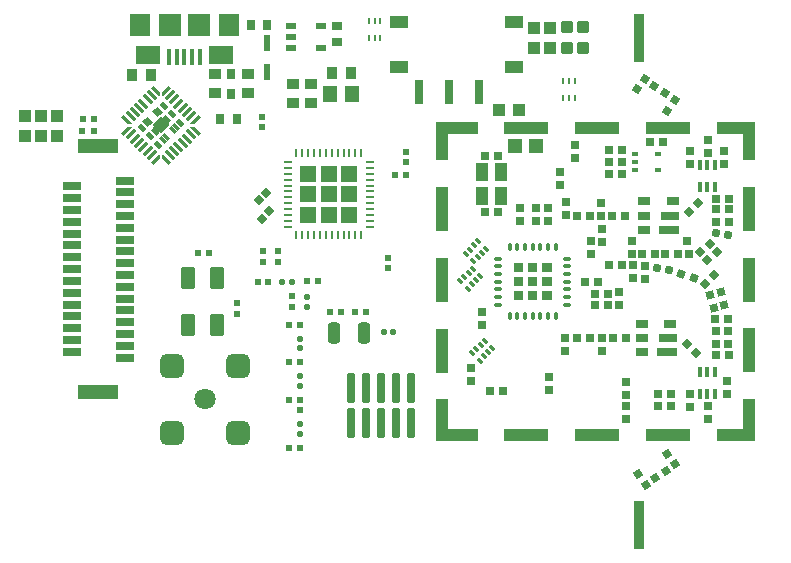
<source format=gtp>
G04 Layer_Color=8421504*
%FSLAX25Y25*%
%MOIN*%
G70*
G01*
G75*
G04:AMPARAMS|DCode=15|XSize=11.81mil|YSize=39.37mil|CornerRadius=0mil|HoleSize=0mil|Usage=FLASHONLY|Rotation=225.000|XOffset=0mil|YOffset=0mil|HoleType=Round|Shape=Rectangle|*
%AMROTATEDRECTD15*
4,1,4,-0.00974,0.01810,0.01810,-0.00974,0.00974,-0.01810,-0.01810,0.00974,-0.00974,0.01810,0.0*
%
%ADD15ROTATEDRECTD15*%

G04:AMPARAMS|DCode=17|XSize=11.81mil|YSize=39.37mil|CornerRadius=0mil|HoleSize=0mil|Usage=FLASHONLY|Rotation=135.000|XOffset=0mil|YOffset=0mil|HoleType=Round|Shape=Rectangle|*
%AMROTATEDRECTD17*
4,1,4,0.01810,0.00974,-0.00974,-0.01810,-0.01810,-0.00974,0.00974,0.01810,0.01810,0.00974,0.0*
%
%ADD17ROTATEDRECTD17*%

%ADD19R,0.03937X0.04331*%
%ADD20R,0.13386X0.05118*%
%ADD21R,0.05906X0.02756*%
%ADD22R,0.02559X0.02559*%
%ADD23R,0.02559X0.02559*%
%ADD24R,0.02441X0.02441*%
%ADD25P,0.03619X4X350.0*%
%ADD26P,0.03619X4X385.0*%
%ADD27P,0.03619X4X215.0*%
%ADD28P,0.03619X4X180.0*%
%ADD29P,0.03619X4X320.0*%
%ADD30P,0.03619X4X273.0*%
%ADD31P,0.03619X4X85.0*%
%ADD32P,0.03619X4X190.0*%
%ADD33P,0.03619X4X100.0*%
%ADD34R,0.02362X0.01969*%
%ADD35P,0.03452X4X180.0*%
%ADD36R,0.03543X0.03937*%
%ADD37R,0.04528X0.05709*%
%ADD38R,0.03543X0.03150*%
%ADD39R,0.03150X0.03543*%
%ADD40R,0.07480X0.07480*%
%ADD41R,0.07087X0.07480*%
%ADD42R,0.08268X0.06299*%
%ADD43R,0.01575X0.05315*%
%ADD44R,0.02441X0.02441*%
G04:AMPARAMS|DCode=45|XSize=39.37mil|YSize=70.87mil|CornerRadius=9.84mil|HoleSize=0mil|Usage=FLASHONLY|Rotation=180.000|XOffset=0mil|YOffset=0mil|HoleType=Round|Shape=RoundedRectangle|*
%AMROUNDEDRECTD45*
21,1,0.03937,0.05118,0,0,180.0*
21,1,0.01969,0.07087,0,0,180.0*
1,1,0.01969,-0.00984,0.02559*
1,1,0.01969,0.00984,0.02559*
1,1,0.01969,0.00984,-0.02559*
1,1,0.01969,-0.00984,-0.02559*
%
%ADD45ROUNDEDRECTD45*%
G04:AMPARAMS|DCode=46|XSize=9.84mil|YSize=19.69mil|CornerRadius=0mil|HoleSize=0mil|Usage=FLASHONLY|Rotation=45.000|XOffset=0mil|YOffset=0mil|HoleType=Round|Shape=Rectangle|*
%AMROTATEDRECTD46*
4,1,4,0.00348,-0.01044,-0.01044,0.00348,-0.00348,0.01044,0.01044,-0.00348,0.00348,-0.01044,0.0*
%
%ADD46ROTATEDRECTD46*%

%ADD47R,0.04331X0.05906*%
%ADD48P,0.03619X4X150.0*%
%ADD49R,0.01575X0.03347*%
G04:AMPARAMS|DCode=50|XSize=43.31mil|YSize=25.59mil|CornerRadius=0.64mil|HoleSize=0mil|Usage=FLASHONLY|Rotation=180.000|XOffset=0mil|YOffset=0mil|HoleType=Round|Shape=RoundedRectangle|*
%AMROUNDEDRECTD50*
21,1,0.04331,0.02431,0,0,180.0*
21,1,0.04203,0.02559,0,0,180.0*
1,1,0.00128,-0.02101,0.01216*
1,1,0.00128,0.02101,0.01216*
1,1,0.00128,0.02101,-0.01216*
1,1,0.00128,-0.02101,-0.01216*
%
%ADD50ROUNDEDRECTD50*%
G04:AMPARAMS|DCode=51|XSize=59.06mil|YSize=25.59mil|CornerRadius=0.64mil|HoleSize=0mil|Usage=FLASHONLY|Rotation=180.000|XOffset=0mil|YOffset=0mil|HoleType=Round|Shape=RoundedRectangle|*
%AMROUNDEDRECTD51*
21,1,0.05906,0.02431,0,0,180.0*
21,1,0.05778,0.02559,0,0,180.0*
1,1,0.00128,-0.02889,0.01216*
1,1,0.00128,0.02889,0.01216*
1,1,0.00128,0.02889,-0.01216*
1,1,0.00128,-0.02889,-0.01216*
%
%ADD51ROUNDEDRECTD51*%
G04:AMPARAMS|DCode=52|XSize=66.93mil|YSize=25.59mil|CornerRadius=0.64mil|HoleSize=0mil|Usage=FLASHONLY|Rotation=180.000|XOffset=0mil|YOffset=0mil|HoleType=Round|Shape=RoundedRectangle|*
%AMROUNDEDRECTD52*
21,1,0.06693,0.02431,0,0,180.0*
21,1,0.06565,0.02559,0,0,180.0*
1,1,0.00128,-0.03283,0.01216*
1,1,0.00128,0.03283,0.01216*
1,1,0.00128,0.03283,-0.01216*
1,1,0.00128,-0.03283,-0.01216*
%
%ADD52ROUNDEDRECTD52*%
G04:AMPARAMS|DCode=53|XSize=35.43mil|YSize=157.48mil|CornerRadius=1.77mil|HoleSize=0mil|Usage=FLASHONLY|Rotation=180.000|XOffset=0mil|YOffset=0mil|HoleType=Round|Shape=RoundedRectangle|*
%AMROUNDEDRECTD53*
21,1,0.03543,0.15394,0,0,180.0*
21,1,0.03189,0.15748,0,0,180.0*
1,1,0.00354,-0.01595,0.07697*
1,1,0.00354,0.01595,0.07697*
1,1,0.00354,0.01595,-0.07697*
1,1,0.00354,-0.01595,-0.07697*
%
%ADD53ROUNDEDRECTD53*%
%ADD54P,0.03619X4X270.0*%
%ADD55R,0.05118X0.05118*%
G04:AMPARAMS|DCode=56|XSize=21.26mil|YSize=21.65mil|CornerRadius=5.32mil|HoleSize=0mil|Usage=FLASHONLY|Rotation=180.000|XOffset=0mil|YOffset=0mil|HoleType=Round|Shape=RoundedRectangle|*
%AMROUNDEDRECTD56*
21,1,0.02126,0.01102,0,0,180.0*
21,1,0.01063,0.02165,0,0,180.0*
1,1,0.01063,-0.00532,0.00551*
1,1,0.01063,0.00532,0.00551*
1,1,0.01063,0.00532,-0.00551*
1,1,0.01063,-0.00532,-0.00551*
%
%ADD56ROUNDEDRECTD56*%
G04:AMPARAMS|DCode=57|XSize=21.26mil|YSize=21.65mil|CornerRadius=5.32mil|HoleSize=0mil|Usage=FLASHONLY|Rotation=180.000|XOffset=0mil|YOffset=0mil|HoleType=Round|Shape=RoundedRectangle|*
%AMROUNDEDRECTD57*
21,1,0.02126,0.01102,0,0,180.0*
21,1,0.01063,0.02165,0,0,180.0*
1,1,0.01063,-0.00532,0.00551*
1,1,0.01063,0.00532,0.00551*
1,1,0.01063,0.00532,-0.00551*
1,1,0.01063,-0.00532,-0.00551*
%
%ADD57ROUNDEDRECTD57*%
G04:AMPARAMS|DCode=58|XSize=21.26mil|YSize=21.65mil|CornerRadius=5.32mil|HoleSize=0mil|Usage=FLASHONLY|Rotation=90.000|XOffset=0mil|YOffset=0mil|HoleType=Round|Shape=RoundedRectangle|*
%AMROUNDEDRECTD58*
21,1,0.02126,0.01102,0,0,90.0*
21,1,0.01063,0.02165,0,0,90.0*
1,1,0.01063,0.00551,0.00532*
1,1,0.01063,0.00551,-0.00532*
1,1,0.01063,-0.00551,-0.00532*
1,1,0.01063,-0.00551,0.00532*
%
%ADD58ROUNDEDRECTD58*%
G04:AMPARAMS|DCode=59|XSize=21.26mil|YSize=21.65mil|CornerRadius=5.32mil|HoleSize=0mil|Usage=FLASHONLY|Rotation=90.000|XOffset=0mil|YOffset=0mil|HoleType=Round|Shape=RoundedRectangle|*
%AMROUNDEDRECTD59*
21,1,0.02126,0.01102,0,0,90.0*
21,1,0.01063,0.02165,0,0,90.0*
1,1,0.01063,0.00551,0.00532*
1,1,0.01063,0.00551,-0.00532*
1,1,0.01063,-0.00551,-0.00532*
1,1,0.01063,-0.00551,0.00532*
%
%ADD59ROUNDEDRECTD59*%
G04:AMPARAMS|DCode=60|XSize=70.87mil|YSize=47.24mil|CornerRadius=2.36mil|HoleSize=0mil|Usage=FLASHONLY|Rotation=90.000|XOffset=0mil|YOffset=0mil|HoleType=Round|Shape=RoundedRectangle|*
%AMROUNDEDRECTD60*
21,1,0.07087,0.04252,0,0,90.0*
21,1,0.06614,0.04724,0,0,90.0*
1,1,0.00472,0.02126,0.03307*
1,1,0.00472,0.02126,-0.03307*
1,1,0.00472,-0.02126,-0.03307*
1,1,0.00472,-0.02126,0.03307*
%
%ADD60ROUNDEDRECTD60*%
G04:AMPARAMS|DCode=61|XSize=25.59mil|YSize=98.43mil|CornerRadius=1.28mil|HoleSize=0mil|Usage=FLASHONLY|Rotation=0.000|XOffset=0mil|YOffset=0mil|HoleType=Round|Shape=RoundedRectangle|*
%AMROUNDEDRECTD61*
21,1,0.02559,0.09587,0,0,0.0*
21,1,0.02303,0.09843,0,0,0.0*
1,1,0.00256,0.01152,-0.04793*
1,1,0.00256,-0.01152,-0.04793*
1,1,0.00256,-0.01152,0.04793*
1,1,0.00256,0.01152,0.04793*
%
%ADD61ROUNDEDRECTD61*%
%ADD62R,0.02756X0.03740*%
%ADD63R,0.03937X0.03543*%
G04:AMPARAMS|DCode=65|XSize=29.61mil|YSize=35.43mil|CornerRadius=7.4mil|HoleSize=0mil|Usage=FLASHONLY|Rotation=180.000|XOffset=0mil|YOffset=0mil|HoleType=Round|Shape=RoundedRectangle|*
%AMROUNDEDRECTD65*
21,1,0.02961,0.02063,0,0,180.0*
21,1,0.01480,0.03543,0,0,180.0*
1,1,0.01480,-0.00740,0.01032*
1,1,0.01480,0.00740,0.01032*
1,1,0.01480,0.00740,-0.01032*
1,1,0.01480,-0.00740,-0.01032*
%
%ADD65ROUNDEDRECTD65*%
G04:AMPARAMS|DCode=66|XSize=29.61mil|YSize=35.43mil|CornerRadius=7.4mil|HoleSize=0mil|Usage=FLASHONLY|Rotation=180.000|XOffset=0mil|YOffset=0mil|HoleType=Round|Shape=RoundedRectangle|*
%AMROUNDEDRECTD66*
21,1,0.02961,0.02063,0,0,180.0*
21,1,0.01480,0.03543,0,0,180.0*
1,1,0.01480,-0.00740,0.01032*
1,1,0.01480,0.00740,0.01032*
1,1,0.01480,0.00740,-0.01032*
1,1,0.01480,-0.00740,-0.01032*
%
%ADD66ROUNDEDRECTD66*%
G04:AMPARAMS|DCode=67|XSize=39.37mil|YSize=39.37mil|CornerRadius=5.91mil|HoleSize=0mil|Usage=FLASHONLY|Rotation=180.000|XOffset=0mil|YOffset=0mil|HoleType=Round|Shape=RoundedRectangle|*
%AMROUNDEDRECTD67*
21,1,0.03937,0.02756,0,0,180.0*
21,1,0.02756,0.03937,0,0,180.0*
1,1,0.01181,-0.01378,0.01378*
1,1,0.01181,0.01378,0.01378*
1,1,0.01181,0.01378,-0.01378*
1,1,0.01181,-0.01378,-0.01378*
%
%ADD67ROUNDEDRECTD67*%
%ADD68P,0.03619X4X260.0*%
%ADD69O,0.00984X0.03150*%
%ADD70O,0.03150X0.00984*%
G04:AMPARAMS|DCode=72|XSize=39.37mil|YSize=140.55mil|CornerRadius=0.98mil|HoleSize=0mil|Usage=FLASHONLY|Rotation=270.000|XOffset=0mil|YOffset=0mil|HoleType=Round|Shape=RoundedRectangle|*
%AMROUNDEDRECTD72*
21,1,0.03937,0.13858,0,0,270.0*
21,1,0.03740,0.14055,0,0,270.0*
1,1,0.00197,-0.06929,-0.01870*
1,1,0.00197,-0.06929,0.01870*
1,1,0.00197,0.06929,0.01870*
1,1,0.00197,0.06929,-0.01870*
%
%ADD72ROUNDEDRECTD72*%
G04:AMPARAMS|DCode=73|XSize=39.37mil|YSize=140.55mil|CornerRadius=0.98mil|HoleSize=0mil|Usage=FLASHONLY|Rotation=180.000|XOffset=0mil|YOffset=0mil|HoleType=Round|Shape=RoundedRectangle|*
%AMROUNDEDRECTD73*
21,1,0.03937,0.13858,0,0,180.0*
21,1,0.03740,0.14055,0,0,180.0*
1,1,0.00197,-0.01870,0.06929*
1,1,0.00197,0.01870,0.06929*
1,1,0.00197,0.01870,-0.06929*
1,1,0.00197,-0.01870,-0.06929*
%
%ADD73ROUNDEDRECTD73*%
G04:AMPARAMS|DCode=74|XSize=39.37mil|YSize=127.56mil|CornerRadius=0.98mil|HoleSize=0mil|Usage=FLASHONLY|Rotation=180.000|XOffset=0mil|YOffset=0mil|HoleType=Round|Shape=RoundedRectangle|*
%AMROUNDEDRECTD74*
21,1,0.03937,0.12559,0,0,180.0*
21,1,0.03740,0.12756,0,0,180.0*
1,1,0.00197,-0.01870,0.06280*
1,1,0.00197,0.01870,0.06280*
1,1,0.00197,0.01870,-0.06280*
1,1,0.00197,-0.01870,-0.06280*
%
%ADD74ROUNDEDRECTD74*%
G04:AMPARAMS|DCode=75|XSize=39.37mil|YSize=127.56mil|CornerRadius=0.98mil|HoleSize=0mil|Usage=FLASHONLY|Rotation=90.000|XOffset=0mil|YOffset=0mil|HoleType=Round|Shape=RoundedRectangle|*
%AMROUNDEDRECTD75*
21,1,0.03937,0.12559,0,0,90.0*
21,1,0.03740,0.12756,0,0,90.0*
1,1,0.00197,0.06280,0.01870*
1,1,0.00197,0.06280,-0.01870*
1,1,0.00197,-0.06280,-0.01870*
1,1,0.00197,-0.06280,0.01870*
%
%ADD75ROUNDEDRECTD75*%
G04:AMPARAMS|DCode=76|XSize=39.37mil|YSize=149.61mil|CornerRadius=0.98mil|HoleSize=0mil|Usage=FLASHONLY|Rotation=90.000|XOffset=0mil|YOffset=0mil|HoleType=Round|Shape=RoundedRectangle|*
%AMROUNDEDRECTD76*
21,1,0.03937,0.14764,0,0,90.0*
21,1,0.03740,0.14961,0,0,90.0*
1,1,0.00197,0.07382,0.01870*
1,1,0.00197,0.07382,-0.01870*
1,1,0.00197,-0.07382,-0.01870*
1,1,0.00197,-0.07382,0.01870*
%
%ADD76ROUNDEDRECTD76*%
G04:AMPARAMS|DCode=77|XSize=39.37mil|YSize=149.61mil|CornerRadius=0.98mil|HoleSize=0mil|Usage=FLASHONLY|Rotation=0.000|XOffset=0mil|YOffset=0mil|HoleType=Round|Shape=RoundedRectangle|*
%AMROUNDEDRECTD77*
21,1,0.03937,0.14764,0,0,0.0*
21,1,0.03740,0.14961,0,0,0.0*
1,1,0.00197,0.01870,-0.07382*
1,1,0.00197,-0.01870,-0.07382*
1,1,0.00197,-0.01870,0.07382*
1,1,0.00197,0.01870,0.07382*
%
%ADD77ROUNDEDRECTD77*%
G04:AMPARAMS|DCode=78|XSize=78.74mil|YSize=78.74mil|CornerRadius=18.9mil|HoleSize=0mil|Usage=FLASHONLY|Rotation=180.000|XOffset=0mil|YOffset=0mil|HoleType=Round|Shape=RoundedRectangle|*
%AMROUNDEDRECTD78*
21,1,0.07874,0.04095,0,0,180.0*
21,1,0.04095,0.07874,0,0,180.0*
1,1,0.03780,-0.02047,0.02047*
1,1,0.03780,0.02047,0.02047*
1,1,0.03780,0.02047,-0.02047*
1,1,0.03780,-0.02047,-0.02047*
%
%ADD78ROUNDEDRECTD78*%
G04:AMPARAMS|DCode=79|XSize=78.74mil|YSize=78.74mil|CornerRadius=18.9mil|HoleSize=0mil|Usage=FLASHONLY|Rotation=90.000|XOffset=0mil|YOffset=0mil|HoleType=Round|Shape=RoundedRectangle|*
%AMROUNDEDRECTD79*
21,1,0.07874,0.04095,0,0,90.0*
21,1,0.04095,0.07874,0,0,90.0*
1,1,0.03780,0.02047,0.02047*
1,1,0.03780,0.02047,-0.02047*
1,1,0.03780,-0.02047,-0.02047*
1,1,0.03780,-0.02047,0.02047*
%
%ADD79ROUNDEDRECTD79*%
G04:AMPARAMS|DCode=80|XSize=78.74mil|YSize=78.74mil|CornerRadius=18.9mil|HoleSize=0mil|Usage=FLASHONLY|Rotation=90.000|XOffset=0mil|YOffset=0mil|HoleType=Round|Shape=RoundedRectangle|*
%AMROUNDEDRECTD80*
21,1,0.07874,0.04095,0,0,90.0*
21,1,0.04095,0.07874,0,0,90.0*
1,1,0.03780,0.02047,0.02047*
1,1,0.03780,0.02047,-0.02047*
1,1,0.03780,-0.02047,-0.02047*
1,1,0.03780,-0.02047,0.02047*
%
%ADD80ROUNDEDRECTD80*%
G04:AMPARAMS|DCode=81|XSize=78.74mil|YSize=78.74mil|CornerRadius=18.9mil|HoleSize=0mil|Usage=FLASHONLY|Rotation=90.000|XOffset=0mil|YOffset=0mil|HoleType=Round|Shape=RoundedRectangle|*
%AMROUNDEDRECTD81*
21,1,0.07874,0.04095,0,0,90.0*
21,1,0.04095,0.07874,0,0,90.0*
1,1,0.03780,0.02047,0.02047*
1,1,0.03780,0.02047,-0.02047*
1,1,0.03780,-0.02047,-0.02047*
1,1,0.03780,-0.02047,0.02047*
%
%ADD81ROUNDEDRECTD81*%
%ADD82C,0.07091*%
%ADD86O,0.01181X0.03150*%
%ADD87O,0.03150X0.01181*%
%ADD88R,0.01969X0.01575*%
%ADD89R,0.06102X0.04331*%
%ADD90R,0.03150X0.07874*%
%ADD92R,0.03347X0.02362*%
%ADD93R,0.00984X0.01969*%
%ADD94R,0.01969X0.05709*%
%ADD95R,0.04331X0.03937*%
G04:AMPARAMS|DCode=126|XSize=23.62mil|YSize=16.73mil|CornerRadius=0mil|HoleSize=0mil|Usage=FLASHONLY|Rotation=135.000|XOffset=0mil|YOffset=0mil|HoleType=Round|Shape=Rectangle|*
%AMROTATEDRECTD126*
4,1,4,0.01427,-0.00244,0.00244,-0.01427,-0.01427,0.00244,-0.00244,0.01427,0.01427,-0.00244,0.0*
%
%ADD126ROTATEDRECTD126*%

G04:AMPARAMS|DCode=127|XSize=23.62mil|YSize=11.81mil|CornerRadius=0mil|HoleSize=0mil|Usage=FLASHONLY|Rotation=135.000|XOffset=0mil|YOffset=0mil|HoleType=Round|Shape=Rectangle|*
%AMROTATEDRECTD127*
4,1,4,0.01253,-0.00418,0.00418,-0.01253,-0.01253,0.00418,-0.00418,0.01253,0.01253,-0.00418,0.0*
%
%ADD127ROTATEDRECTD127*%

%ADD128R,0.05709X0.05709*%
%ADD129P,0.05846X4X180.0*%
G36*
X189399Y-1575D02*
X186250D01*
Y1575D01*
X189399D01*
Y-1575D01*
D02*
G37*
G36*
X179950D02*
X176801D01*
Y1575D01*
X179950D01*
Y-1575D01*
D02*
G37*
G36*
X184675Y3150D02*
X181525D01*
Y6299D01*
X184675D01*
Y3150D01*
D02*
G37*
G36*
X179950D02*
X176801D01*
Y6299D01*
X179950D01*
Y3150D01*
D02*
G37*
G36*
X184675Y-6299D02*
X181525D01*
Y-3150D01*
X184675D01*
Y-6299D01*
D02*
G37*
G36*
X179950D02*
X176801D01*
Y-3150D01*
X179950D01*
Y-6299D01*
D02*
G37*
G36*
X184675Y-1575D02*
X181525D01*
Y1575D01*
X184675D01*
Y-1575D01*
D02*
G37*
G36*
X189399Y-6299D02*
X186250D01*
Y-3150D01*
X189399D01*
Y-6299D01*
D02*
G37*
G36*
Y3150D02*
X186250D01*
Y6299D01*
X189399D01*
Y3150D01*
D02*
G37*
G36*
X72423Y54745D02*
X70196Y52518D01*
X69083Y52517D01*
X68804Y52796D01*
X71588Y55580D01*
X72423Y54745D01*
D02*
G37*
G36*
X49596Y52796D02*
X49317Y52517D01*
X48204Y52518D01*
X45982Y54750D01*
X46807Y55575D01*
X49596Y52796D01*
D02*
G37*
G36*
X62680Y64488D02*
X59896Y61704D01*
X59618Y61983D01*
X59618Y63096D01*
X61845Y65324D01*
X62680Y64488D01*
D02*
G37*
G36*
X58782Y63096D02*
X58783Y61983D01*
X58504Y61704D01*
X55720Y64488D01*
X56555Y65324D01*
X58782Y63096D01*
D02*
G37*
G36*
X62680Y39712D02*
X61845Y38877D01*
X59618Y41104D01*
X59618Y42217D01*
X59896Y42496D01*
X62680Y39712D01*
D02*
G37*
G36*
X58783Y42217D02*
X58782Y41104D01*
X56555Y38876D01*
X55720Y39712D01*
X58504Y42496D01*
X58783Y42217D01*
D02*
G37*
G36*
X49596Y51404D02*
X46812Y48620D01*
X45976Y49455D01*
X48204Y51682D01*
X49317Y51683D01*
X49596Y51404D01*
D02*
G37*
G36*
X70196Y51682D02*
X72424Y49455D01*
X71588Y48620D01*
X68804Y51404D01*
X69083Y51683D01*
X70196Y51682D01*
D02*
G37*
D15*
X62262Y42078D02*
D03*
X63654Y43470D02*
D03*
X65046Y44862D02*
D03*
X66438Y46254D02*
D03*
X67830Y47646D02*
D03*
X69222Y49038D02*
D03*
X56138Y62122D02*
D03*
X54746Y60730D02*
D03*
X53354Y59338D02*
D03*
X51962Y57946D02*
D03*
X50570Y56554D02*
D03*
X49178Y55162D02*
D03*
D17*
X69222Y55162D02*
D03*
X67830Y56554D02*
D03*
X66438Y57946D02*
D03*
X65046Y59338D02*
D03*
X63654Y60730D02*
D03*
X62262Y62122D02*
D03*
X49178Y49038D02*
D03*
X50570Y47646D02*
D03*
X51962Y46254D02*
D03*
X53354Y44862D02*
D03*
X54746Y43470D02*
D03*
X56138Y42078D02*
D03*
D19*
X13800Y48554D02*
D03*
Y55246D02*
D03*
X183500Y84546D02*
D03*
Y77854D02*
D03*
X189000Y84546D02*
D03*
Y77854D02*
D03*
X19200Y55246D02*
D03*
Y48554D02*
D03*
X24700Y55246D02*
D03*
Y48554D02*
D03*
D20*
X38275Y45103D02*
D03*
Y-36787D02*
D03*
D21*
X47133Y-25369D02*
D03*
Y-21432D02*
D03*
Y-17495D02*
D03*
Y-13558D02*
D03*
Y-9621D02*
D03*
Y-5684D02*
D03*
Y-1747D02*
D03*
Y33686D02*
D03*
Y29749D02*
D03*
Y25812D02*
D03*
Y21875D02*
D03*
Y17938D02*
D03*
Y14001D02*
D03*
Y10064D02*
D03*
Y6127D02*
D03*
Y2190D02*
D03*
X29417Y31717D02*
D03*
Y27780D02*
D03*
Y23843D02*
D03*
Y19906D02*
D03*
Y15969D02*
D03*
Y12032D02*
D03*
Y8095D02*
D03*
Y-23401D02*
D03*
Y-19464D02*
D03*
Y-15527D02*
D03*
Y-11590D02*
D03*
Y-7653D02*
D03*
Y-3716D02*
D03*
Y221D02*
D03*
Y4158D02*
D03*
D22*
X227235Y9100D02*
D03*
X231565Y9100D02*
D03*
X223865Y9200D02*
D03*
X219535D02*
D03*
X213865Y22000D02*
D03*
X209535D02*
D03*
X212765Y5500D02*
D03*
X208435D02*
D03*
X225035Y-37600D02*
D03*
X229365D02*
D03*
X229265Y-41600D02*
D03*
X224935D02*
D03*
X173265Y-36500D02*
D03*
X168935D02*
D03*
X222135Y46500D02*
D03*
X226465D02*
D03*
X212865Y39800D02*
D03*
X208535D02*
D03*
Y35800D02*
D03*
X212865D02*
D03*
Y43800D02*
D03*
X208535D02*
D03*
X171560Y42023D02*
D03*
X167229D02*
D03*
X167239Y23132D02*
D03*
X171570D02*
D03*
X197835Y22000D02*
D03*
X202165D02*
D03*
X197835Y-18965D02*
D03*
X202165Y-18965D02*
D03*
X208265Y-7800D02*
D03*
X203935D02*
D03*
X208265Y-4100D02*
D03*
X203935D02*
D03*
X248565Y27500D02*
D03*
X244235Y27500D02*
D03*
X214165Y-18800D02*
D03*
X209835Y-18800D02*
D03*
X204765Y0D02*
D03*
X200435D02*
D03*
X248326Y-12606D02*
D03*
X243995D02*
D03*
X248565Y-24600D02*
D03*
X244235Y-24600D02*
D03*
D23*
X212000Y-7965D02*
D03*
Y-3635D02*
D03*
X205900Y26331D02*
D03*
Y22000D02*
D03*
X188700Y-36265D02*
D03*
Y-31935D02*
D03*
X241400Y-45965D02*
D03*
X241400Y-41635D02*
D03*
X241400Y47265D02*
D03*
X241400Y42935D02*
D03*
X188064Y24470D02*
D03*
Y20140D02*
D03*
X178834Y24465D02*
D03*
Y20135D02*
D03*
X166299Y-14627D02*
D03*
Y-10296D02*
D03*
X247000Y39035D02*
D03*
Y43365D02*
D03*
X235500Y-37435D02*
D03*
Y-41765D02*
D03*
X216600Y5565D02*
D03*
Y1235D02*
D03*
X194200Y26365D02*
D03*
Y22035D02*
D03*
X194000Y-23131D02*
D03*
Y-18800D02*
D03*
X244300Y19735D02*
D03*
Y24065D02*
D03*
X248500Y24065D02*
D03*
X248500Y19735D02*
D03*
X206300Y17665D02*
D03*
Y13335D02*
D03*
X202600Y13565D02*
D03*
Y9235D02*
D03*
X216200Y13565D02*
D03*
X216200Y9235D02*
D03*
X206200Y-23131D02*
D03*
X206200Y-18800D02*
D03*
X220600Y935D02*
D03*
Y5265D02*
D03*
X244300Y-16435D02*
D03*
X244300Y-20765D02*
D03*
X247900Y-33135D02*
D03*
Y-37465D02*
D03*
X184300Y24465D02*
D03*
Y20135D02*
D03*
X235700Y43365D02*
D03*
Y39035D02*
D03*
X214300Y-33335D02*
D03*
Y-37665D02*
D03*
Y-41635D02*
D03*
Y-45965D02*
D03*
X192100Y36465D02*
D03*
Y32135D02*
D03*
X197100Y45565D02*
D03*
Y41235D02*
D03*
X162400Y-33065D02*
D03*
Y-28735D02*
D03*
X248300Y-20765D02*
D03*
X248300Y-16435D02*
D03*
D24*
X134800Y4428D02*
D03*
Y7972D02*
D03*
X93190Y6634D02*
D03*
Y10177D02*
D03*
X98084Y6630D02*
D03*
Y10174D02*
D03*
X102845Y-8444D02*
D03*
Y-4901D02*
D03*
X105452Y-42946D02*
D03*
Y-39403D02*
D03*
X84500Y-10672D02*
D03*
Y-7128D02*
D03*
X93000Y51428D02*
D03*
Y54972D02*
D03*
X141000Y39728D02*
D03*
Y43272D02*
D03*
D25*
X227958Y-57326D02*
D03*
X230442Y-60874D02*
D03*
X218258Y-64126D02*
D03*
X220742Y-67674D02*
D03*
D26*
X232665Y2641D02*
D03*
X236735Y1159D02*
D03*
D27*
X228687Y3774D02*
D03*
X224422Y4526D02*
D03*
X248332Y15424D02*
D03*
X244068Y16176D02*
D03*
D28*
X237531Y-23731D02*
D03*
X234469Y-20669D02*
D03*
D29*
X234711Y13457D02*
D03*
X235089Y9143D02*
D03*
D30*
X238249Y26309D02*
D03*
X235351Y23091D02*
D03*
D31*
X238941Y9808D02*
D03*
X242259Y12592D02*
D03*
X244659Y9892D02*
D03*
X241341Y7108D02*
D03*
D32*
X227174Y62858D02*
D03*
X223626Y65342D02*
D03*
D33*
X227958Y56926D02*
D03*
X230442Y60474D02*
D03*
X218043Y64096D02*
D03*
X220528Y67644D02*
D03*
D34*
X33031Y50200D02*
D03*
X36968D02*
D03*
D35*
X91747Y27047D02*
D03*
X94253Y29553D02*
D03*
X92847Y20947D02*
D03*
X95353Y23453D02*
D03*
D36*
X116350Y69500D02*
D03*
X122650D02*
D03*
X55950Y68700D02*
D03*
X49650D02*
D03*
D37*
X122743Y62500D02*
D03*
X115657D02*
D03*
D38*
X118000Y79744D02*
D03*
Y85256D02*
D03*
D39*
X89144Y85600D02*
D03*
X94656D02*
D03*
D40*
X62315Y85500D02*
D03*
X71764D02*
D03*
D41*
X52079D02*
D03*
X82000D02*
D03*
D42*
X79244Y75461D02*
D03*
X54835D02*
D03*
D43*
X67039Y74968D02*
D03*
X64480D02*
D03*
X69598D02*
D03*
X72158D02*
D03*
X61921D02*
D03*
D44*
X123928Y-10100D02*
D03*
X127472D02*
D03*
X119254Y-10058D02*
D03*
X115710D02*
D03*
X101914Y-26928D02*
D03*
X105457D02*
D03*
X91504Y-1D02*
D03*
X95047D02*
D03*
X111412Y46D02*
D03*
X107868D02*
D03*
X101909Y-55475D02*
D03*
X105452D02*
D03*
X71628Y9400D02*
D03*
X75172Y9400D02*
D03*
X101911Y-14390D02*
D03*
X105454D02*
D03*
X140772Y35500D02*
D03*
X137228D02*
D03*
X33228Y54200D02*
D03*
X36772D02*
D03*
X105472Y-39400D02*
D03*
X101928D02*
D03*
D45*
X116961Y-17158D02*
D03*
X126803D02*
D03*
D46*
X165035Y13441D02*
D03*
X163643Y12049D02*
D03*
X162251Y10657D02*
D03*
X160859Y9265D02*
D03*
X163365Y6759D02*
D03*
X164757Y8151D02*
D03*
X166149Y9543D02*
D03*
X167541Y10935D02*
D03*
X167135Y-19659D02*
D03*
X165743Y-21051D02*
D03*
X164351Y-22443D02*
D03*
X162959Y-23835D02*
D03*
X165465Y-26341D02*
D03*
X166857Y-24949D02*
D03*
X168249Y-23557D02*
D03*
X169641Y-22165D02*
D03*
X163135Y4341D02*
D03*
X161743Y2949D02*
D03*
X160351Y1557D02*
D03*
X158959Y165D02*
D03*
X161465Y-2341D02*
D03*
X162857Y-949D02*
D03*
X164249Y443D02*
D03*
X165641Y1835D02*
D03*
D47*
X166245Y28420D02*
D03*
X172544D02*
D03*
X166245Y36688D02*
D03*
X172544D02*
D03*
D48*
X246960Y-7692D02*
D03*
X245840Y-3508D02*
D03*
X242300Y-4500D02*
D03*
X243421Y-8683D02*
D03*
D49*
X243926Y-37604D02*
D03*
X241367Y-37604D02*
D03*
X238808Y-37604D02*
D03*
X238808Y-30123D02*
D03*
X241367Y-30123D02*
D03*
X243926Y-30123D02*
D03*
X238808Y38940D02*
D03*
X241367Y38940D02*
D03*
X243926D02*
D03*
X243926Y31460D02*
D03*
X241367Y31460D02*
D03*
X238808Y31460D02*
D03*
D50*
X220376Y26724D02*
D03*
Y22000D02*
D03*
X220376Y17276D02*
D03*
X229824Y26724D02*
D03*
X219576Y-14076D02*
D03*
X219576Y-18800D02*
D03*
Y-23524D02*
D03*
X229024Y-14076D02*
D03*
D51*
X229037Y22000D02*
D03*
X228237Y-18800D02*
D03*
D52*
X228643Y17276D02*
D03*
X227843Y-23524D02*
D03*
D53*
X218600Y81300D02*
D03*
Y-81300D02*
D03*
D54*
X243631Y2231D02*
D03*
X240569Y-831D02*
D03*
D55*
X184243Y45300D02*
D03*
X177157D02*
D03*
D56*
X105455Y-19100D02*
D03*
X105455Y-31575D02*
D03*
X107869Y-5294D02*
D03*
X105452Y-47600D02*
D03*
D57*
X105455Y-22250D02*
D03*
X105455Y-34724D02*
D03*
X107869Y-8443D02*
D03*
X105452Y-50749D02*
D03*
D58*
X102843Y-133D02*
D03*
X133525Y-16800D02*
D03*
D59*
X99694Y-133D02*
D03*
X136675Y-16800D02*
D03*
D60*
X77737Y1286D02*
D03*
Y-14462D02*
D03*
X68288Y1286D02*
D03*
Y-14462D02*
D03*
D61*
X122600Y-47205D02*
D03*
X127600D02*
D03*
X132600D02*
D03*
X137600D02*
D03*
X142600D02*
D03*
Y-35394D02*
D03*
X137600D02*
D03*
X132600D02*
D03*
X127600D02*
D03*
X122600D02*
D03*
D62*
X82696Y62673D02*
D03*
Y69169D02*
D03*
D63*
X77266Y69140D02*
D03*
Y62841D02*
D03*
X88158Y62831D02*
D03*
Y69130D02*
D03*
X109200Y65799D02*
D03*
Y59500D02*
D03*
X103100Y65799D02*
D03*
Y59500D02*
D03*
D65*
X84444Y54328D02*
D03*
D66*
X78932D02*
D03*
D67*
X194400Y84806D02*
D03*
Y77900D02*
D03*
X199800Y84806D02*
D03*
Y77900D02*
D03*
D68*
X227465Y-63034D02*
D03*
X223917Y-65518D02*
D03*
D69*
X104331Y15390D02*
D03*
X106299D02*
D03*
X108268D02*
D03*
X110237D02*
D03*
X112205D02*
D03*
X114174D02*
D03*
X116142D02*
D03*
X118111D02*
D03*
X120079D02*
D03*
X122048D02*
D03*
X124016D02*
D03*
X125985D02*
D03*
Y42752D02*
D03*
X124016D02*
D03*
X122048D02*
D03*
X120079D02*
D03*
X118111D02*
D03*
X116142D02*
D03*
X114174D02*
D03*
X112205D02*
D03*
X110237D02*
D03*
X108268D02*
D03*
X106299D02*
D03*
X104331D02*
D03*
D70*
X128839Y18244D02*
D03*
Y20212D02*
D03*
Y22181D02*
D03*
Y24149D02*
D03*
Y26118D02*
D03*
Y28087D02*
D03*
Y30055D02*
D03*
Y32024D02*
D03*
Y33992D02*
D03*
Y35961D02*
D03*
Y37929D02*
D03*
Y39898D02*
D03*
X101477D02*
D03*
Y37929D02*
D03*
Y35961D02*
D03*
Y33992D02*
D03*
Y32024D02*
D03*
Y30055D02*
D03*
Y28087D02*
D03*
Y26118D02*
D03*
Y24149D02*
D03*
Y22181D02*
D03*
Y20212D02*
D03*
Y18244D02*
D03*
D72*
X157903Y-51220D02*
D03*
X157869Y51212D02*
D03*
D73*
X152809Y-46145D02*
D03*
X255207Y-46137D02*
D03*
D74*
X255196Y46791D02*
D03*
X152789Y46791D02*
D03*
D75*
X250782Y51199D02*
D03*
X250788Y-51210D02*
D03*
D76*
X181023Y-51218D02*
D03*
X204653Y-51196D02*
D03*
X228268D02*
D03*
X228275Y51207D02*
D03*
X204661D02*
D03*
X181031Y51185D02*
D03*
D77*
X152791Y-23010D02*
D03*
X152800Y617D02*
D03*
X255194Y670D02*
D03*
X255175Y24348D02*
D03*
X255186Y-22957D02*
D03*
X152780Y24295D02*
D03*
D78*
X62876Y-28276D02*
D03*
D79*
Y-50324D02*
D03*
D80*
X84924Y-28276D02*
D03*
D81*
Y-50324D02*
D03*
D82*
X73900Y-39300D02*
D03*
D86*
X190777Y11614D02*
D03*
X188218D02*
D03*
X185659D02*
D03*
X183100D02*
D03*
X180541D02*
D03*
X177982D02*
D03*
X175423D02*
D03*
Y-11614D02*
D03*
X177982D02*
D03*
X180541D02*
D03*
X183100D02*
D03*
X185659D02*
D03*
X188218D02*
D03*
X190777D02*
D03*
D87*
X171486Y7677D02*
D03*
Y5118D02*
D03*
Y2559D02*
D03*
Y0D02*
D03*
Y-2559D02*
D03*
Y-5118D02*
D03*
Y-7677D02*
D03*
X194714D02*
D03*
Y-5118D02*
D03*
Y-2559D02*
D03*
Y0D02*
D03*
Y2559D02*
D03*
Y5118D02*
D03*
Y7677D02*
D03*
D88*
X224746Y37282D02*
D03*
Y42400D02*
D03*
X217265Y37282D02*
D03*
Y39841D02*
D03*
Y42400D02*
D03*
D89*
X138507Y71500D02*
D03*
X176893D02*
D03*
Y86500D02*
D03*
X138507D02*
D03*
D90*
X155180Y63252D02*
D03*
X165180D02*
D03*
X145180D02*
D03*
D92*
X112520Y85240D02*
D03*
Y77760D02*
D03*
X102480D02*
D03*
Y81500D02*
D03*
Y85240D02*
D03*
D93*
X197268Y61046D02*
D03*
X195300D02*
D03*
X193332D02*
D03*
Y66754D02*
D03*
X195300D02*
D03*
X197268D02*
D03*
X128431Y86954D02*
D03*
X130400D02*
D03*
X132369D02*
D03*
Y81246D02*
D03*
X130400D02*
D03*
X128431D02*
D03*
D94*
X94600Y79623D02*
D03*
Y69977D02*
D03*
D95*
X178546Y57100D02*
D03*
X171854D02*
D03*
D126*
X55546Y48446D02*
D03*
X58330Y45662D02*
D03*
X52762Y51230D02*
D03*
X62854Y55754D02*
D03*
X60070Y58538D02*
D03*
X65638Y52970D02*
D03*
D127*
X57112Y50012D02*
D03*
X54328Y52796D02*
D03*
X59896Y47228D02*
D03*
X61288Y54188D02*
D03*
X64072Y51404D02*
D03*
X58504Y56972D02*
D03*
X63237Y50569D02*
D03*
X57669Y56137D02*
D03*
X60453Y53353D02*
D03*
X55163Y53631D02*
D03*
X60731Y48063D02*
D03*
X57947Y50847D02*
D03*
D128*
X121949Y29071D02*
D03*
Y22181D02*
D03*
Y35960D02*
D03*
X108367Y29071D02*
D03*
Y22181D02*
D03*
Y35960D02*
D03*
X115158D02*
D03*
Y22181D02*
D03*
Y29071D02*
D03*
D129*
X59200Y52100D02*
D03*
M02*

</source>
